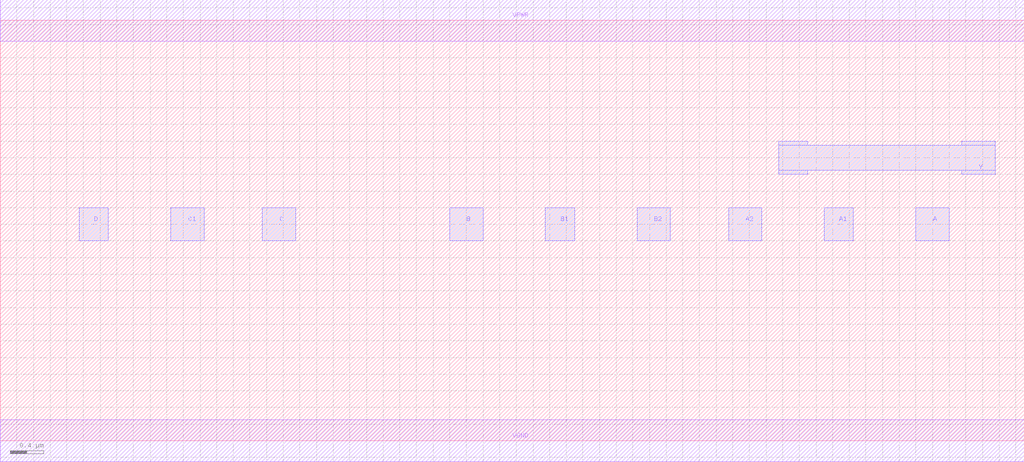
<source format=lef>
VERSION 5.7 ;
  NOWIREEXTENSIONATPIN ON ;
  DIVIDERCHAR "/" ;
  BUSBITCHARS "[]" ;
MACRO AAAOI3321
  CLASS CORE ;
  FOREIGN AAAOI3321 ;
  ORIGIN 0.000 0.000 ;
  SIZE 12.300 BY 5.050 ;
  SYMMETRY X Y R90 ;
  SITE unit ;
  PIN VPWR
    DIRECTION INOUT ;
    USE POWER ;
    SHAPE ABUTMENT ;
    PORT
      LAYER Metal1 ;
        RECT 0.000 4.800 12.300 5.300 ;
    END
  END VPWR
  PIN VGND
    DIRECTION INOUT ;
    USE GROUND ;
    SHAPE ABUTMENT ;
    PORT
      LAYER Metal1 ;
        RECT 0.000 -0.250 12.300 0.250 ;
    END
  END VGND
  PIN Y
    DIRECTION INOUT ;
    USE SIGNAL ;
    SHAPE ABUTMENT ;
    PORT
      LAYER Metal2 ;
        RECT 9.350 3.550 9.700 3.600 ;
        RECT 11.550 3.550 11.950 3.600 ;
        RECT 9.350 3.250 11.950 3.550 ;
        RECT 9.350 3.200 9.700 3.250 ;
        RECT 11.550 3.200 11.950 3.250 ;
    END
  END Y
  PIN A1
    DIRECTION INOUT ;
    USE SIGNAL ;
    SHAPE ABUTMENT ;
    PORT
      LAYER Metal2 ;
        RECT 9.900 2.400 10.250 2.800 ;
    END
  END A1
  PIN C1
    DIRECTION INOUT ;
    USE SIGNAL ;
    SHAPE ABUTMENT ;
    PORT
      LAYER Metal2 ;
        RECT 2.050 2.400 2.450 2.800 ;
    END
  END C1
  PIN B2
    DIRECTION INOUT ;
    USE SIGNAL ;
    SHAPE ABUTMENT ;
    PORT
      LAYER Metal2 ;
        RECT 7.650 2.400 8.050 2.800 ;
    END
  END B2
  PIN C
    DIRECTION INOUT ;
    USE SIGNAL ;
    SHAPE ABUTMENT ;
    PORT
      LAYER Metal2 ;
        RECT 3.150 2.400 3.550 2.800 ;
    END
  END C
  PIN B
    DIRECTION INOUT ;
    USE SIGNAL ;
    SHAPE ABUTMENT ;
    PORT
      LAYER Metal2 ;
        RECT 5.400 2.400 5.800 2.800 ;
    END
  END B
  PIN B1
    DIRECTION INOUT ;
    USE SIGNAL ;
    SHAPE ABUTMENT ;
    PORT
      LAYER Metal2 ;
        RECT 6.550 2.400 6.900 2.800 ;
    END
  END B1
  PIN A2
    DIRECTION INOUT ;
    USE SIGNAL ;
    SHAPE ABUTMENT ;
    PORT
      LAYER Metal2 ;
        RECT 8.750 2.400 9.150 2.800 ;
    END
  END A2
  PIN D
    DIRECTION INOUT ;
    USE SIGNAL ;
    SHAPE ABUTMENT ;
    PORT
      LAYER Metal2 ;
        RECT 0.950 2.400 1.300 2.800 ;
    END
  END D
  PIN A
    DIRECTION INOUT ;
    USE SIGNAL ;
    SHAPE ABUTMENT ;
    PORT
      LAYER Metal2 ;
        RECT 11.000 2.400 11.400 2.800 ;
    END
  END A
END AAAOI3321
END LIBRARY


</source>
